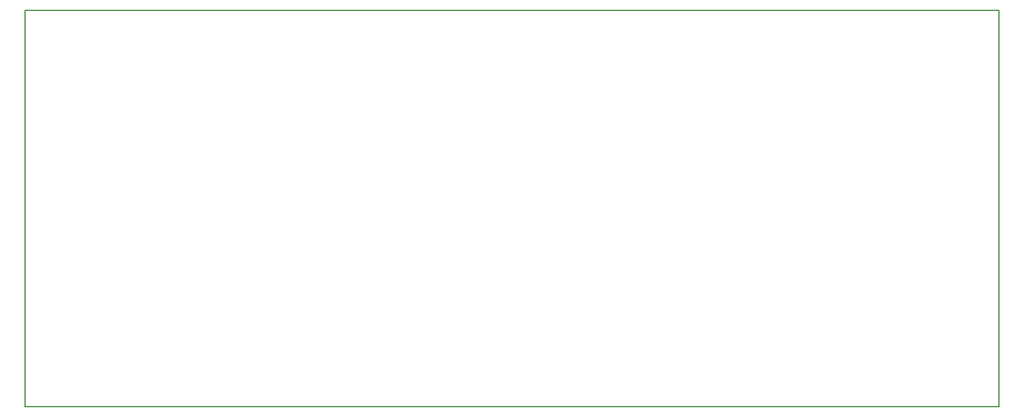
<source format=gko>
G04 #@! TF.FileFunction,Profile,NP*
%FSLAX46Y46*%
G04 Gerber Fmt 4.6, Leading zero omitted, Abs format (unit mm)*
G04 Created by KiCad (PCBNEW (2015-11-24 BZR 6329)-product) date Fri 24 Feb 2017 06:21:55 PM EST*
%MOMM*%
G01*
G04 APERTURE LIST*
%ADD10C,0.100000*%
%ADD11C,0.150000*%
G04 APERTURE END LIST*
D10*
D11*
X225000000Y-42500000D02*
X90000000Y-42500000D01*
X225000000Y-97500000D02*
X225000000Y-42500000D01*
X90000000Y-97500000D02*
X225000000Y-97500000D01*
X90000000Y-42500000D02*
X90000000Y-97500000D01*
M02*

</source>
